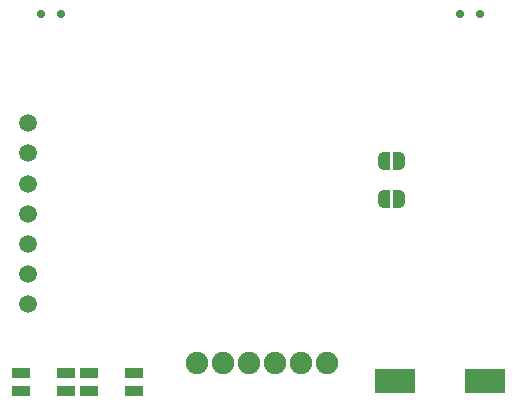
<source format=gbr>
%TF.GenerationSoftware,KiCad,Pcbnew,(6.0.9-0)*%
%TF.CreationDate,2022-11-23T11:56:12+01:00*%
%TF.ProjectId,GlowBand PCB,476c6f77-4261-46e6-9420-5043422e6b69,rev?*%
%TF.SameCoordinates,Original*%
%TF.FileFunction,Soldermask,Bot*%
%TF.FilePolarity,Negative*%
%FSLAX46Y46*%
G04 Gerber Fmt 4.6, Leading zero omitted, Abs format (unit mm)*
G04 Created by KiCad (PCBNEW (6.0.9-0)) date 2022-11-23 11:56:12*
%MOMM*%
%LPD*%
G01*
G04 APERTURE LIST*
G04 Aperture macros list*
%AMFreePoly0*
4,1,22,0.500000,-0.750000,0.000000,-0.750000,0.000000,-0.745033,-0.079941,-0.743568,-0.215256,-0.701293,-0.333266,-0.622738,-0.424486,-0.514219,-0.481581,-0.384460,-0.499164,-0.250000,-0.500000,-0.250000,-0.500000,0.250000,-0.499164,0.250000,-0.499963,0.256109,-0.478152,0.396186,-0.417904,0.524511,-0.324060,0.630769,-0.204165,0.706417,-0.067858,0.745374,0.000000,0.744959,0.000000,0.750000,
0.500000,0.750000,0.500000,-0.750000,0.500000,-0.750000,$1*%
%AMFreePoly1*
4,1,20,0.000000,0.744959,0.073905,0.744508,0.209726,0.703889,0.328688,0.626782,0.421226,0.519385,0.479903,0.390333,0.500000,0.250000,0.500000,-0.250000,0.499851,-0.262216,0.476331,-0.402017,0.414519,-0.529596,0.319384,-0.634700,0.198574,-0.708877,0.061801,-0.746166,0.000000,-0.745033,0.000000,-0.750000,-0.500000,-0.750000,-0.500000,0.750000,0.000000,0.750000,0.000000,0.744959,
0.000000,0.744959,$1*%
G04 Aperture macros list end*
%ADD10C,1.900000*%
%ADD11C,0.700025*%
%ADD12C,1.500000*%
%ADD13FreePoly0,180.000000*%
%ADD14FreePoly1,180.000000*%
%ADD15R,1.500000X0.900000*%
%ADD16R,3.500000X2.000000*%
%ADD17FreePoly0,0.000000*%
%ADD18FreePoly1,0.000000*%
G04 APERTURE END LIST*
D10*
%TO.C,P9*%
X99468400Y-81706030D03*
X97268400Y-81706030D03*
X95068400Y-81706030D03*
X92868400Y-81706030D03*
X90668400Y-81706030D03*
X88468400Y-81706030D03*
%TD*%
D11*
%TO.C,SW1*%
X112432340Y-52159732D03*
X110732314Y-52159732D03*
%TD*%
%TO.C,SW2*%
X76999340Y-52167232D03*
X75299314Y-52167232D03*
%TD*%
D12*
%TO.C,TP2*%
X74168000Y-63991068D03*
%TD*%
D13*
%TO.C,JP1*%
X105628200Y-67843400D03*
D14*
X104328200Y-67843400D03*
%TD*%
D15*
%TO.C,SW3*%
X77414124Y-82600366D03*
X73614276Y-82600366D03*
X73614276Y-84100494D03*
X77414124Y-84100494D03*
%TD*%
D12*
%TO.C,TP6*%
X74168000Y-76733398D03*
%TD*%
%TO.C,TP4*%
X74168000Y-69088000D03*
%TD*%
D16*
%TO.C,P8*%
X105232200Y-83286600D03*
%TD*%
%TO.C,P7*%
X112877600Y-83286600D03*
%TD*%
D15*
%TO.C,SW4*%
X79354676Y-82600366D03*
X83154524Y-82600366D03*
X79354676Y-84100494D03*
X83154524Y-84100494D03*
%TD*%
D12*
%TO.C,TP7*%
X74168000Y-74184932D03*
%TD*%
%TO.C,TP3*%
X74168000Y-66539534D03*
%TD*%
%TO.C,TP1*%
X74168000Y-61442602D03*
%TD*%
%TO.C,TP5*%
X74168000Y-71636466D03*
%TD*%
D17*
%TO.C,JP2*%
X104328200Y-64643000D03*
D18*
X105628200Y-64643000D03*
%TD*%
M02*

</source>
